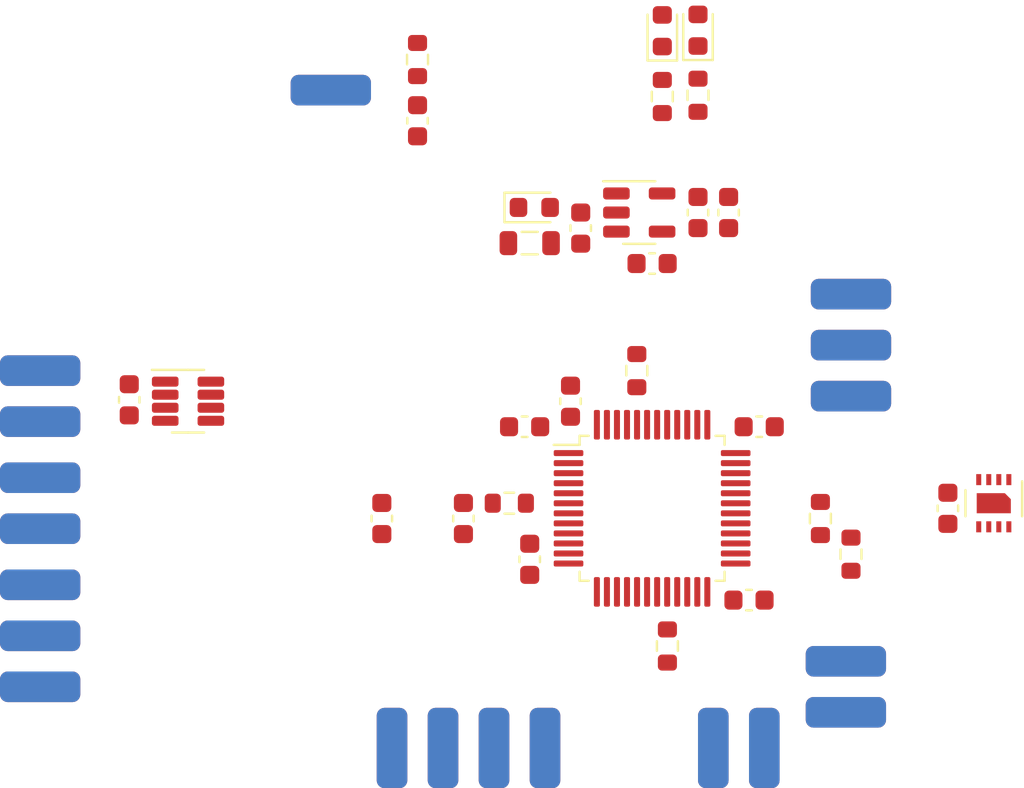
<source format=kicad_pcb>
(kicad_pcb (version 20211014) (generator pcbnew)
  (layers (0 "F.Cu" signal) (31 "B.Cu" signal) (34 "B.Paste" user) (35 "F.Paste" user) (36 "B.SilkS" user "B.Silkscreen") (37 "F.SilkS" user "F.Silkscreen") (38 "B.Mask" user) (39 "F.Mask" user) (44 "Edge.Cuts" user))
  (net 0 "")
  (net 1 "Net-(C1-Pad1)")
  (net 2 "GND")
  (net 3 "Net-(C2-Pad1)")
  (net 4 "Net-(C3-Pad1)")
  (net 5 "Net-(C4-Pad1)")
  (net 6 "Net-(C5-Pad1)")
  (net 7 "+3V3")
  (net 8 "Net-(D3-Pad1)")
  (net 9 "Net-(R2-Pad1)")
  (net 10 "BOOT1")
  (net 11 "Net-(R3-Pad2)")
  (net 12 "Net-(R4-Pad1)")
  (net 13 "BOOT0")
  (net 14 "I2C1_SCL")
  (net 15 "I2C1_SDA")
  (net 19 "ADC_IN0")
  (net 20 "ADC_IN1")
  (net 21 "ADC_IN2")
  (net 22 "ADC_IN3")
  (net 23 "ADC_IN4")
  (net 29 "I2C2_SCL")
  (net 30 "I2C2_SDA")
  (net 31 "SPI2_NSS")
  (net 32 "SPI2_SCK")
  (net 33 "SPI2_MISO")
  (net 34 "SPI2_MOSI")
  (net 36 "USART1_TX")
  (net 37 "USART1_RX")
  (net 41 "SHT_RST")
  (net 42 "CAN_RX")
  (net 43 "CAN_TX")
  (net 46 "CAN_L")
  (net 47 "CAN_H")
  (net 48 "Net-(D1-Pad1)")
  (net 49 "Net-(D2-Pad1)")
  (net 50 "LED_2")
  (net 51 "LED_1")
  (net 55 "VIN")
  (footprint "Diode_SMD:D_0603_1608Metric" (layer "F.Cu") (at 140.9445 90.17)
    (fp_text reference "D3" hide)
    (fp_text value "D_Small" hide)
    (fp_line (start 0.8 -0.735) (end -1.485 -0.735) (layer "F.SilkS") (width 0.12))
    (fp_line (start -1.485 -0.735) (end -1.485 0.735) (layer "F.SilkS") (width 0.12))
    (fp_line (start -1.485 0.735) (end 0.8 0.735) (layer "F.SilkS") (width 0.12))
    (pad "1" smd roundrect locked (at -0.7875 0) (size 0.875 0.95) (layers "F.Cu" "F.Paste" "F.Mask") (net 8 "Net-(D3-Pad1)"))
    (pad "2" smd roundrect locked (at 0.7875 0) (size 0.875 0.95) (layers "F.Cu" "F.Paste" "F.Mask") (net 55 "VIN"))
  )
  (footprint "Capacitor_SMD:C_0603_1608Metric" (layer "F.Cu") (at 140.716 107.696 -90)
    (fp_text reference "C10" hide)
    (fp_text value "100n" hide)
    (fp_line (start -0.14058 0.51) (end 0.14058 0.51) (layer "F.SilkS") (width 0.12))
    (fp_line (start -0.14058 -0.51) (end 0.14058 -0.51) (layer "F.SilkS") (width 0.12))
    (pad "1" smd roundrect locked (at -0.775 0 270) (size 0.9 0.95) (layers "F.Cu" "F.Paste" "F.Mask") (net 7 "+3V3"))
    (pad "2" smd roundrect locked (at 0.775 0 270) (size 0.9 0.95) (layers "F.Cu" "F.Paste" "F.Mask") (net 2 "GND"))
  )
  (footprint "Resistor_SMD:R_0603_1608Metric" (layer "F.Cu") (at 156.718 107.442 -90)
    (fp_text reference "R5" hide)
    (fp_text value "4k7" hide)
    (fp_line (start -0.237258 -0.5225) (end 0.237258 -0.5225) (layer "F.SilkS") (width 0.12))
    (fp_line (start -0.237258 0.5225) (end 0.237258 0.5225) (layer "F.SilkS") (width 0.12))
    (pad "1" smd roundrect locked (at -0.825 0 270) (size 0.8 0.95) (layers "F.Cu" "F.Paste" "F.Mask") (net 14 "I2C1_SCL"))
    (pad "2" smd roundrect locked (at 0.825 0 270) (size 0.8 0.95) (layers "F.Cu" "F.Paste" "F.Mask") (net 7 "+3V3"))
  )
  (footprint "Capacitor_SMD:C_0603_1608Metric" (layer "F.Cu") (at 149.098 90.424 -90)
    (fp_text reference "C9" hide)
    (fp_text value "100n" hide)
    (fp_line (start -0.14058 0.51) (end 0.14058 0.51) (layer "F.SilkS") (width 0.12))
    (fp_line (start -0.14058 -0.51) (end 0.14058 -0.51) (layer "F.SilkS") (width 0.12))
    (pad "1" smd roundrect locked (at -0.775 0 270) (size 0.9 0.95) (layers "F.Cu" "F.Paste" "F.Mask") (net 7 "+3V3"))
    (pad "2" smd roundrect locked (at 0.775 0 270) (size 0.9 0.95) (layers "F.Cu" "F.Paste" "F.Mask") (net 2 "GND"))
  )
  (footprint "OWN_Parts:pcb_edge_2_1" (layer "F.Cu") (at 130.81 84.328 180)
    (fp_text reference "J6" hide)
    (fp_text value "Conn_02x01" hide)
    (pad "1" smd roundrect (at 0 0 180) (size 4 1.524) (layers "F.Cu" "F.Paste" "F.Mask") (net 2 "GND"))
    (pad "2" smd roundrect (at 0 0 180) (size 4 1.524) (layers "B.Cu" "F.Paste" "F.Mask") (net 3 "Net-(C2-Pad1)"))
  )
  (footprint "Capacitor_SMD:C_0603_1608Metric" (layer "F.Cu") (at 133.35 105.664 -90)
    (fp_text reference "C3" hide)
    (fp_text value "??pF" hide)
    (fp_line (start -0.14058 0.51) (end 0.14058 0.51) (layer "F.SilkS") (width 0.12))
    (fp_line (start -0.14058 -0.51) (end 0.14058 -0.51) (layer "F.SilkS") (width 0.12))
    (pad "1" smd roundrect locked (at -0.775 0 270) (size 0.9 0.95) (layers "F.Cu" "F.Paste" "F.Mask") (net 4 "Net-(C3-Pad1)"))
    (pad "2" smd roundrect locked (at 0.775 0 270) (size 0.9 0.95) (layers "F.Cu" "F.Paste" "F.Mask") (net 2 "GND"))
  )
  (footprint "Diode_SMD:D_0603_1608Metric" (layer "F.Cu") (at 147.32 81.3685 90)
    (fp_text reference "D1" hide)
    (fp_text value "LED_Small" hide)
    (fp_line (start 0.8 -0.735) (end -1.485 -0.735) (layer "F.SilkS") (width 0.12))
    (fp_line (start -1.485 0.735) (end 0.8 0.735) (layer "F.SilkS") (width 0.12))
    (fp_line (start -1.485 -0.735) (end -1.485 0.735) (layer "F.SilkS") (width 0.12))
    (pad "1" smd roundrect locked (at -0.7875 0 90) (size 0.875 0.95) (layers "F.Cu" "F.Paste" "F.Mask") (net 48 "Net-(D1-Pad1)"))
    (pad "2" smd roundrect locked (at 0.7875 0 90) (size 0.875 0.95) (layers "F.Cu" "F.Paste" "F.Mask") (net 7 "+3V3"))
  )
  (footprint "Package_QFP:LQFP-48_7x7mm_P0.5mm" (layer "F.Cu") (at 146.812 105.156)
    (fp_text reference "U2" hide)
    (fp_text value "STM32F103CBTx" hide)
    (fp_line (start -3.16 -3.61) (end -3.61 -3.61) (layer "F.SilkS") (width 0.12))
    (fp_line (start 3.61 3.61) (end 3.61 3.16) (layer "F.SilkS") (width 0.12))
    (fp_line (start -3.61 3.61) (end -3.61 3.16) (layer "F.SilkS") (width 0.12))
    (fp_line (start 3.16 3.61) (end 3.61 3.61) (layer "F.SilkS") (width 0.12))
    (fp_line (start 3.16 -3.61) (end 3.61 -3.61) (layer "F.SilkS") (width 0.12))
    (fp_line (start -3.16 3.61) (end -3.61 3.61) (layer "F.SilkS") (width 0.12))
    (fp_line (start 3.61 -3.61) (end 3.61 -3.16) (layer "F.SilkS") (width 0.12))
    (fp_line (start -3.61 -3.16) (end -4.9 -3.16) (layer "F.SilkS") (width 0.12))
    (fp_line (start -3.61 -3.61) (end -3.61 -3.16) (layer "F.SilkS") (width 0.12))
    (pad "1" smd roundrect locked (at -4.1625 -2.75) (size 1.475 0.3) (layers "F.Cu" "F.Paste" "F.Mask") (net 7 "+3V3"))
    (pad "2" smd roundrect locked (at -4.1625 -2.25) (size 1.475 0.3) (layers "F.Cu" "F.Paste" "F.Mask"))
    (pad "3" smd roundrect locked (at -4.1625 -1.75) (size 1.475 0.3) (layers "F.Cu" "F.Paste" "F.Mask"))
    (pad "4" smd roundrect locked (at -4.1625 -1.25) (size 1.475 0.3) (layers "F.Cu" "F.Paste" "F.Mask"))
    (pad "5" smd roundrect locked (at -4.1625 -0.75) (size 1.475 0.3) (layers "F.Cu" "F.Paste" "F.Mask") (net 4 "Net-(C3-Pad1)"))
    (pad "6" smd roundrect locked (at -4.1625 -0.25) (size 1.475 0.3) (layers "F.Cu" "F.Paste" "F.Mask") (net 11 "Net-(R3-Pad2)"))
    (pad "7" smd roundrect locked (at -4.1625 0.25) (size 1.475 0.3) (layers "F.Cu" "F.Paste" "F.Mask") (net 3 "Net-(C2-Pad1)"))
    (pad "8" smd roundrect locked (at -4.1625 0.75) (size 1.475 0.3) (layers "F.Cu" "F.Paste" "F.Mask") (net 2 "GND"))
    (pad "9" smd roundrect locked (at -4.1625 1.25) (size 1.475 0.3) (layers "F.Cu" "F.Paste" "F.Mask") (net 7 "+3V3"))
    (pad "10" smd roundrect locked (at -4.1625 1.75) (size 1.475 0.3) (layers "F.Cu" "F.Paste" "F.Mask") (net 19 "ADC_IN0"))
    (pad "11" smd roundrect locked (at -4.1625 2.25) (size 1.475 0.3) (layers "F.Cu" "F.Paste" "F.Mask") (net 20 "ADC_IN1"))
    (pad "12" smd roundrect locked (at -4.1625 2.75) (size 1.475 0.3) (layers "F.Cu" "F.Paste" "F.Mask") (net 21 "ADC_IN2"))
    (pad "13" smd roundrect locked (at -2.75 4.1625) (size 0.3 1.475) (layers "F.Cu" "F.Paste" "F.Mask") (net 22 "ADC_IN3"))
    (pad "14" smd roundrect locked (at -2.25 4.1625) (size 0.3 1.475) (layers "F.Cu" "F.Paste" "F.Mask") (net 23 "ADC_IN4"))
    (pad "15" smd roundrect locked (at -1.75 4.1625) (size 0.3 1.475) (layers "F.Cu" "F.Paste" "F.Mask"))
    (pad "16" smd roundrect locked (at -1.25 4.1625) (size 0.3 1.475) (layers "F.Cu" "F.Paste" "F.Mask"))
    (pad "17" smd roundrect locked (at -0.75 4.1625) (size 0.3 1.475) (layers "F.Cu" "F.Paste" "F.Mask"))
    (pad "18" smd roundrect locked (at -0.25 4.1625) (size 0.3 1.475) (layers "F.Cu" "F.Paste" "F.Mask"))
    (pad "19" smd roundrect locked (at 0.25 4.1625) (size 0.3 1.475) (layers "F.Cu" "F.Paste" "F.Mask"))
    (pad "20" smd roundrect locked (at 0.75 4.1625) (size 0.3 1.475) (layers "F.Cu" "F.Paste" "F.Mask") (net 9 "Net-(R2-Pad1)"))
    (pad "21" smd roundrect locked (at 1.25 4.1625) (size 0.3 1.475) (layers "F.Cu" "F.Paste" "F.Mask") (net 29 "I2C2_SCL"))
    (pad "22" smd roundrect locked (at 1.75 4.1625) (size 0.3 1.475) (layers "F.Cu" "F.Paste" "F.Mask") (net 30 "I2C2_SDA"))
    (pad "23" smd roundrect locked (at 2.25 4.1625) (size 0.3 1.475) (layers "F.Cu" "F.Paste" "F.Mask") (net 2 "GND"))
    (pad "24" smd roundrect locked (at 2.75 4.1625) (size 0.3 1.475) (layers "F.Cu" "F.Paste" "F.Mask") (net 7 "+3V3"))
    (pad "25" smd roundrect locked (at 4.1625 2.75) (size 1.475 0.3) (layers "F.Cu" "F.Paste" "F.Mask") (net 31 "SPI2_NSS"))
    (pad "26" smd roundrect locked (at 4.1625 2.25) (size 1.475 0.3) (layers "F.Cu" "F.Paste" "F.Mask") (net 32 "SPI2_SCK"))
    (pad "27" smd roundrect locked (at 4.1625 1.75) (size 1.475 0.3) (layers "F.Cu" "F.Paste" "F.Mask") (net 33 "SPI2_MISO"))
    (pad "28" smd roundrect locked (at 4.1625 1.25) (size 1.475 0.3) (layers "F.Cu" "F.Paste" "F.Mask") (net 34 "SPI2_MOSI"))
    (pad "29" smd roundrect locked (at 4.1625 0.75) (size 1.475 0.3) (layers "F.Cu" "F.Paste" "F.Mask"))
    (pad "30" smd roundrect locked (at 4.1625 0.25) (size 1.475 0.3) (layers "F.Cu" "F.Paste" "F.Mask") (net 36 "USART1_TX"))
    (pad "31" smd roundrect locked (at 4.1625 -0.25) (size 1.475 0.3) (layers "F.Cu" "F.Paste" "F.Mask") (net 37 "USART1_RX"))
    (pad "32" smd roundrect locked (at 4.1625 -0.75) (size 1.475 0.3) (layers "F.Cu" "F.Paste" "F.Mask"))
    (pad "33" smd roundrect locked (at 4.1625 -1.25) (size 1.475 0.3) (layers "F.Cu" "F.Paste" "F.Mask"))
    (pad "34" smd roundrect locked (at 4.1625 -1.75) (size 1.475 0.3) (layers "F.Cu" "F.Paste" "F.Mask"))
    (pad "35" smd roundrect locked (at 4.1625 -2.25) (size 1.475 0.3) (layers "F.Cu" "F.Paste" "F.Mask") (net 2 "GND"))
    (pad "36" smd roundrect locked (at 4.1625 -2.75) (size 1.475 0.3) (layers "F.Cu" "F.Paste" "F.Mask") (net 7 "+3V3"))
    (pad "37" smd roundrect locked (at 2.75 -4.1625) (size 0.3 1.475) (layers "F.Cu" "F.Paste" "F.Mask"))
    (pad "38" smd roundrect locked (at 2.25 -4.1625) (size 0.3 1.475) (layers "F.Cu" "F.Paste" "F.Mask"))
    (pad "39" smd roundrect locked (at 1.75 -4.1625) (size 0.3 1.475) (layers "F.Cu" "F.Paste" "F.Mask") (net 51 "LED_1"))
    (pad "40" smd roundrect locked (at 1.25 -4.1625) (size 0.3 1.475) (layers "F.Cu" "F.Paste" "F.Mask") (net 50 "LED_2"))
    (pad "41" smd roundrect locked (at 0.75 -4.1625) (size 0.3 1.475) (layers "F.Cu" "F.Paste" "F.Mask") (net 41 "SHT_RST"))
    (pad "42" smd roundrect locked (at 0.25 -4.1625) (size 0.3 1.475) (layers "F.Cu" "F.Paste" "F.Mask") (net 14 "I2C1_SCL"))
    (pad "43" smd roundrect locked (at -0.25 -4.1625) (size 0.3 1.475) (layers "F.Cu" "F.Paste" "F.Mask") (net 15 "I2C1_SDA"))
    (pad "44" smd roundrect locked (at -0.75 -4.1625) (size 0.3 1.475) (layers "F.Cu" "F.Paste" "F.Mask") (net 12 "Net-(R4-Pad1)"))
    (pad "45" smd roundrect locked (at -1.25 -4.1625) (size 0.3 1.475) (layers "F.Cu" "F.Paste" "F.Mask") (net 42 "CAN_RX"))
    (pad "46" smd roundrect locked (at -1.75 -4.1625) (size 0.3 1.475) (layers "F.Cu" "F.Paste" "F.Mask") (net 43 "CAN_TX"))
    (pad "47" smd roundrect locked (at -2.25 -4.1625) (size 0.3 1.475) (layers "F.Cu" "F.Paste" "F.Mask") (net 2 "GND"))
    (pad "48" smd roundrect locked (at -2.75 -4.1625) (size 0.3 1.475) (layers "F.Cu" "F.Paste" "F.Mask") (net 7 "+3V3"))
  )
  (footprint "Sensor_Humidity:Sensirion_DFN-8-1EP_2.5x2.5mm_P0.5mm_EP1.1x1.7mm" (layer "F.Cu") (at 163.83 104.902 -90)
    (fp_text reference "U3" hide)
    (fp_text value "SHT35-DIS" hide)
    (fp_line (start -0.65 1.41) (end 0.65 1.41) (layer "F.SilkS") (width 0.12))
    (fp_line (start -1.09 -1.41) (end 0.65 -1.41) (layer "F.SilkS") (width 0.12))
    (pad "1" smd rect locked (at -1.175 -0.75 270) (size 0.55 0.25) (layers "F.Cu" "F.Paste" "F.Mask") (net 15 "I2C1_SDA"))
    (pad "2" smd rect locked (at -1.175 -0.25 270) (size 0.55 0.25) (layers "F.Cu" "F.Paste" "F.Mask") (net 2 "GND"))
    (pad "3" smd rect locked (at -1.175 0.25 270) (size 0.55 0.25) (layers "F.Cu" "F.Paste" "F.Mask"))
    (pad "4" smd rect locked (at -1.175 0.75 90) (size 0.55 0.25) (layers "F.Cu" "F.Paste" "F.Mask") (net 14 "I2C1_SCL"))
    (pad "5" smd rect locked (at 1.175 0.75 270) (size 0.55 0.25) (layers "F.Cu" "F.Paste" "F.Mask") (net 7 "+3V3"))
    (pad "6" smd rect locked (at 1.175 0.25 270) (size 0.55 0.25) (layers "F.Cu" "F.Paste" "F.Mask") (net 41 "SHT_RST"))
    (pad "7" smd rect locked (at 1.175 -0.25 270) (size 0.55 0.25) (layers "F.Cu" "F.Paste" "F.Mask") (net 2 "GND"))
    (pad "8" smd rect locked (at 1.175 -0.75 270) (size 0.55 0.25) (layers "F.Cu" "F.Paste" "F.Mask") (net 2 "GND"))
    (pad "9" smd custom locked (at 0 0 270) (size 1 1) (layers "F.Cu" "F.Mask") (net 2 "GND") (options (clearance outline) (anchor circle)) (primitives (gr_poly (pts (xy 0.5 0.85) (xy -0.5 0.85) (xy -0.5 -0.55) (xy -0.2 -0.85) (xy 0.5 -0.85)) (width 0) (fill yes))))
  )
  (footprint "Resistor_SMD:R_0603_1608Metric" (layer "F.Cu") (at 147.32 84.645 -90)
    (fp_text reference "R7" hide)
    (fp_text value "??" hide)
    (fp_line (start -0.237258 -0.5225) (end 0.237258 -0.5225) (layer "F.SilkS") (width 0.12))
    (fp_line (start -0.237258 0.5225) (end 0.237258 0.5225) (layer "F.SilkS") (width 0.12))
    (pad "1" smd roundrect locked (at -0.825 0 270) (size 0.8 0.95) (layers "F.Cu" "F.Paste" "F.Mask") (net 48 "Net-(D1-Pad1)"))
    (pad "2" smd roundrect locked (at 0.825 0 270) (size 0.8 0.95) (layers "F.Cu" "F.Paste" "F.Mask") (net 50 "LED_2"))
  )
  (footprint "Capacitor_SMD:C_0603_1608Metric" (layer "F.Cu") (at 140.462 101.092 180)
    (fp_text reference "C6" hide)
    (fp_text value "100n" hide)
    (fp_line (start -0.14058 -0.51) (end 0.14058 -0.51) (layer "F.SilkS") (width 0.12))
    (fp_line (start -0.14058 0.51) (end 0.14058 0.51) (layer "F.SilkS") (width 0.12))
    (pad "1" smd roundrect locked (at -0.775 0 180) (size 0.9 0.95) (layers "F.Cu" "F.Paste" "F.Mask") (net 7 "+3V3"))
    (pad "2" smd roundrect locked (at 0.775 0 180) (size 0.9 0.95) (layers "F.Cu" "F.Paste" "F.Mask") (net 2 "GND"))
  )
  (footprint "OWN_Parts:pcb_edge_2_3" (layer "F.Cu") (at 156.718 97.028 180)
    (fp_text reference "J7" hide)
    (fp_text value "Conn_02x03_Top_Bottom" hide)
    (pad "1" smd roundrect (at 0 2.54 180) (size 4 1.524) (layers "F.Cu" "F.Paste" "F.Mask") (net 2 "GND"))
    (pad "2" smd roundrect (at 0 2.54 180) (size 4 1.524) (layers "B.Cu" "F.Paste" "F.Mask") (net 7 "+3V3"))
    (pad "3" smd roundrect (at 0 0 180) (size 4 1.524) (layers "F.Cu" "F.Paste" "F.Mask") (net 31 "SPI2_NSS"))
    (pad "4" smd roundrect (at 0 0 180) (size 4 1.524) (layers "B.Cu" "F.Paste" "F.Mask") (net 32 "SPI2_SCK"))
    (pad "5" smd roundrect (at 0 -2.54 180) (size 4 1.524) (layers "F.Cu" "F.Paste" "F.Mask") (net 34 "SPI2_MOSI"))
    (pad "6" smd roundrect (at 0 -2.54 180) (size 4 1.524) (layers "B.Cu" "F.Paste" "F.Mask") (net 33 "SPI2_MISO"))
  )
  (footprint "Capacitor_SMD:C_0603_1608Metric" (layer "F.Cu") (at 146.812 92.964 180)
    (fp_text reference "C4" hide)
    (fp_text value "10n" hide)
    (fp_line (start -0.14058 -0.51) (end 0.14058 -0.51) (layer "F.SilkS") (width 0.12))
    (fp_line (start -0.14058 0.51) (end 0.14058 0.51) (layer "F.SilkS") (width 0.12))
    (pad "1" smd roundrect locked (at -0.775 0 180) (size 0.9 0.95) (layers "F.Cu" "F.Paste" "F.Mask") (net 5 "Net-(C4-Pad1)"))
    (pad "2" smd roundrect locked (at 0.775 0 180) (size 0.9 0.95) (layers "F.Cu" "F.Paste" "F.Mask") (net 2 "GND"))
  )
  (footprint "Resistor_SMD:R_0603_1608Metric" (layer "F.Cu") (at 139.7 104.902)
    (fp_text reference "R3" hide)
    (fp_text value "??Ohm" hide)
    (fp_line (start -0.237258 -0.5225) (end 0.237258 -0.5225) (layer "F.SilkS") (width 0.12))
    (fp_line (start -0.237258 0.5225) (end 0.237258 0.5225) (layer "F.SilkS") (width 0.12))
    (pad "1" smd roundrect locked (at -0.825 0) (size 0.8 0.95) (layers "F.Cu" "F.Paste" "F.Mask") (net 6 "Net-(C5-Pad1)"))
    (pad "2" smd roundrect locked (at 0.825 0) (size 0.8 0.95) (layers "F.Cu" "F.Paste" "F.Mask") (net 11 "Net-(R3-Pad2)"))
  )
  (footprint "Capacitor_SMD:C_0603_1608Metric" (layer "F.Cu") (at 142.748 99.822 90)
    (fp_text reference "C11" hide)
    (fp_text value "100n" hide)
    (fp_line (start -0.14058 0.51) (end 0.14058 0.51) (layer "F.SilkS") (width 0.12))
    (fp_line (start -0.14058 -0.51) (end 0.14058 -0.51) (layer "F.SilkS") (width 0.12))
    (pad "1" smd roundrect locked (at -0.775 0 90) (size 0.9 0.95) (layers "F.Cu" "F.Paste" "F.Mask") (net 7 "+3V3"))
    (pad "2" smd roundrect locked (at 0.775 0 90) (size 0.9 0.95) (layers "F.Cu" "F.Paste" "F.Mask") (net 2 "GND"))
  )
  (footprint "Resistor_SMD:R_0603_1608Metric" (layer "F.Cu") (at 146.05 98.298 90)
    (fp_text reference "R4" hide)
    (fp_text value "100k" hide)
    (fp_line (start -0.237258 -0.5225) (end 0.237258 -0.5225) (layer "F.SilkS") (width 0.12))
    (fp_line (start -0.237258 0.5225) (end 0.237258 0.5225) (layer "F.SilkS") (width 0.12))
    (pad "1" smd roundrect locked (at -0.825 0 90) (size 0.8 0.95) (layers "F.Cu" "F.Paste" "F.Mask") (net 12 "Net-(R4-Pad1)"))
    (pad "2" smd roundrect locked (at 0.825 0 90) (size 0.8 0.95) (layers "F.Cu" "F.Paste" "F.Mask") (net 13 "BOOT0"))
  )
  (footprint "Package_TO_SOT_SMD:SOT-23-5" (layer "F.Cu") (at 146.1715 90.424)
    (fp_text reference "U1" hide)
    (fp_text value "SPX3819M5-L-3-3" hide)
    (fp_line (start 0 1.56) (end 0.8 1.56) (layer "F.SilkS") (width 0.12))
    (fp_line (start 0 -1.56) (end 0.8 -1.56) (layer "F.SilkS") (width 0.12))
    (fp_line (start 0 -1.56) (end -1.8 -1.56) (layer "F.SilkS") (width 0.12))
    (fp_line (start 0 1.56) (end -0.8 1.56) (layer "F.SilkS") (width 0.12))
    (pad "1" smd roundrect locked (at -1.1375 -0.95) (size 1.325 0.6) (layers "F.Cu" "F.Paste" "F.Mask") (net 1 "Net-(C1-Pad1)"))
    (pad "2" smd roundrect locked (at -1.1375 0) (size 1.325 0.6) (layers "F.Cu" "F.Paste" "F.Mask") (net 2 "GND"))
    (pad "3" smd roundrect locked (at -1.1375 0.95) (size 1.325 0.6) (layers "F.Cu" "F.Paste" "F.Mask") (net 1 "Net-(C1-Pad1)"))
    (pad "4" smd roundrect locked (at 1.1375 0.95) (size 1.325 0.6) (layers "F.Cu" "F.Paste" "F.Mask") (net 5 "Net-(C4-Pad1)"))
    (pad "5" smd roundrect locked (at 1.1375 -0.95) (size 1.325 0.6) (layers "F.Cu" "F.Paste" "F.Mask") (net 7 "+3V3"))
  )
  (footprint "Resistor_SMD:R_0603_1608Metric" (layer "F.Cu") (at 147.574 112.014 -90)
    (fp_text reference "R2" hide)
    (fp_text value "100k" hide)
    (fp_line (start -0.237258 0.5225) (end 0.237258 0.5225) (layer "F.SilkS") (width 0.12))
    (fp_line (start -0.237258 -0.5225) (end 0.237258 -0.5225) (layer "F.SilkS") (width 0.12))
    (pad "1" smd roundrect locked (at -0.825 0 270) (size 0.8 0.95) (layers "F.Cu" "F.Paste" "F.Mask") (net 9 "Net-(R2-Pad1)"))
    (pad "2" smd roundrect locked (at 0.825 0 270) (size 0.8 0.95) (layers "F.Cu" "F.Paste" "F.Mask") (net 10 "BOOT1"))
  )
  (footprint "Capacitor_SMD:C_0603_1608Metric" (layer "F.Cu") (at 150.622 90.424 -90)
    (fp_text reference "C7" hide)
    (fp_text value "10u" hide)
    (fp_line (start -0.14058 0.51) (end 0.14058 0.51) (layer "F.SilkS") (width 0.12))
    (fp_line (start -0.14058 -0.51) (end 0.14058 -0.51) (layer "F.SilkS") (width 0.12))
    (pad "1" smd roundrect locked (at -0.775 0 270) (size 0.9 0.95) (layers "F.Cu" "F.Paste" "F.Mask") (net 7 "+3V3"))
    (pad "2" smd roundrect locked (at 0.775 0 270) (size 0.9 0.95) (layers "F.Cu" "F.Paste" "F.Mask") (net 2 "GND"))
  )
  (footprint "OWN_Parts:pcb_edge_2_3" (layer "F.Cu") (at 116.332 111.506)
    (fp_text reference "J1" hide)
    (fp_text value "Conn_02x03_Top_Bottom" hide)
    (pad "1" smd roundrect (at 0 2.54) (size 4 1.524) (layers "F.Cu" "F.Paste" "F.Mask") (net 2 "GND"))
    (pad "2" smd roundrect (at 0 2.54) (size 4 1.524) (layers "B.Cu" "F.Paste" "F.Mask") (net 2 "GND"))
    (pad "3" smd roundrect (at 0 0) (size 4 1.524) (layers "F.Cu" "F.Paste" "F.Mask") (net 13 "BOOT0"))
    (pad "4" smd roundrect (at 0 0) (size 4 1.524) (layers "B.Cu" "F.Paste" "F.Mask") (net 10 "BOOT1"))
    (pad "5" smd roundrect (at 0 -2.54) (size 4 1.524) (layers "F.Cu" "F.Paste" "F.Mask") (net 7 "+3V3"))
    (pad "6" smd roundrect (at 0 -2.54) (size 4 1.524) (layers "B.Cu" "F.Paste" "F.Mask") (net 7 "+3V3"))
  )
  (footprint "OWN_Parts:pcb_edge_2_2" (layer "F.Cu") (at 116.332 99.568)
    (fp_text reference "J3" hide)
    (fp_text value "Conn_02x02_Top_Bottom" hide)
    (pad "1" smd roundrect (at 0 1.27) (size 4 1.524) (layers "F.Cu" "F.Paste" "F.Mask") (net 2 "GND"))
    (pad "2" smd roundrect (at 0 1.27) (size 4 1.524) (layers "B.Cu" "F.Paste" "F.Mask") (net 55 "VIN"))
    (pad "3" smd roundrect (at 0 -1.27) (size 4 1.524) (layers "F.Cu" "F.Paste" "F.Mask") (net 47 "CAN_H"))
    (pad "4" smd roundrect (at 0 -1.27) (size 4 1.524) (layers "B.Cu" "F.Paste" "F.Mask") (net 46 "CAN_L"))
  )
  (footprint "OWN_Parts:pcb_edge_2_2" (layer "F.Cu") (at 156.464 114.046 180)
    (fp_text reference "J5" hide)
    (fp_text value "Conn_02x02_Top_Bottom" hide)
    (pad "1" smd roundrect (at 0 1.27 180) (size 4 1.524) (layers "F.Cu" "F.Paste" "F.Mask") (net 2 "GND"))
    (pad "2" smd roundrect (at 0 1.27 180) (size 4 1.524) (layers "B.Cu" "F.Paste" "F.Mask") (net 7 "+3V3"))
    (pad "3" smd roundrect (at 0 -1.27 180) (size 4 1.524) (layers "F.Cu" "F.Paste" "F.Mask") (net 14 "I2C1_SCL"))
    (pad "4" smd roundrect (at 0 -1.27 180) (size 4 1.524) (layers "B.Cu" "F.Paste" "F.Mask") (net 15 "I2C1_SDA"))
  )
  (footprint "Capacitor_SMD:C_0603_1608Metric" (layer "F.Cu") (at 137.414 105.664 -90)
    (fp_text reference "C5" hide)
    (fp_text value "??pF" hide)
    (fp_line (start -0.14058 -0.51) (end 0.14058 -0.51) (layer "F.SilkS") (width 0.12))
    (fp_line (start -0.14058 0.51) (end 0.14058 0.51) (layer "F.SilkS") (width 0.12))
    (pad "1" smd roundrect locked (at -0.775 0 270) (size 0.9 0.95) (layers "F.Cu" "F.Paste" "F.Mask") (net 6 "Net-(C5-Pad1)"))
    (pad "2" smd roundrect locked (at 0.775 0 270) (size 0.9 0.95) (layers "F.Cu" "F.Paste" "F.Mask") (net 2 "GND"))
  )
  (footprint "OWN_Parts:pcb_edge_2_2" (layer "F.Cu") (at 151.13 117.094 90)
    (fp_text reference "J4" hide)
    (fp_text value "Conn_02x02_Top_Bottom" hide)
    (pad "1" smd roundrect (at 0 1.27 90) (size 4 1.524) (layers "F.Cu" "F.Paste" "F.Mask") (net 2 "GND"))
    (pad "2" smd roundrect (at 0 1.27 90) (size 4 1.524) (layers "B.Cu" "F.Paste" "F.Mask") (net 7 "+3V3"))
    (pad "3" smd roundrect (at 0 -1.27 90) (size 4 1.524) (layers "F.Cu" "F.Paste" "F.Mask") (net 29 "I2C2_SCL"))
    (pad "4" smd roundrect (at 0 -1.27 90) (size 4 1.524) (layers "B.Cu" "F.Paste" "F.Mask") (net 30 "I2C2_SDA"))
  )
  (footprint "Resistor_SMD:R_0603_1608Metric" (layer "F.Cu") (at 149.098 84.582 -90)
    (fp_text reference "R8" hide)
    (fp_text value "??" hide)
    (fp_line (start -0.237258 0.5225) (end 0.237258 0.5225) (layer "F.SilkS") (width 0.12))
    (fp_line (start -0.237258 -0.5225) (end 0.237258 -0.5225) (layer "F.SilkS") (width 0.12))
    (pad "1" smd roundrect locked (at -0.825 0 270) (size 0.8 0.95) (layers "F.Cu" "F.Paste" "F.Mask") (net 49 "Net-(D2-Pad1)"))
    (pad "2" smd roundrect locked (at 0.825 0 270) (size 0.8 0.95) (layers "F.Cu" "F.Paste" "F.Mask") (net 51 "LED_1"))
  )
  (footprint "Capacitor_SMD:C_0603_1608Metric" (layer "F.Cu") (at 135.128 85.852 -90)
    (fp_text reference "C2" hide)
    (fp_text value "100n" hide)
    (fp_line (start -0.14058 0.51) (end 0.14058 0.51) (layer "F.SilkS") (width 0.12))
    (fp_line (start -0.14058 -0.51) (end 0.14058 -0.51) (layer "F.SilkS") (width 0.12))
    (pad "1" smd roundrect locked (at -0.775 0 270) (size 0.9 0.95) (layers "F.Cu" "F.Paste" "F.Mask") (net 3 "Net-(C2-Pad1)"))
    (pad "2" smd roundrect locked (at 0.775 0 270) (size 0.9 0.95) (layers "F.Cu" "F.Paste" "F.Mask") (net 2 "GND"))
  )
  (footprint "Capacitor_SMD:C_0603_1608Metric" (layer "F.Cu") (at 152.146 101.092)
    (fp_text reference "C12" hide)
    (fp_text value "100n" hide)
    (fp_line (start -0.14058 0.51) (end 0.14058 0.51) (layer "F.SilkS") (width 0.12))
    (fp_line (start -0.14058 -0.51) (end 0.14058 -0.51) (layer "F.SilkS") (width 0.12))
    (pad "1" smd roundrect locked (at -0.775 0) (size 0.9 0.95) (layers "F.Cu" "F.Paste" "F.Mask") (net 7 "+3V3"))
    (pad "2" smd roundrect locked (at 0.775 0) (size 0.9 0.95) (layers "F.Cu" "F.Paste" "F.Mask") (net 2 "GND"))
  )
  (footprint "Capacitor_SMD:C_0603_1608Metric" (layer "F.Cu") (at 143.256 91.199 90)
    (fp_text reference "C1" hide)
    (fp_text value "10u" hide)
    (fp_line (start -0.14058 -0.51) (end 0.14058 -0.51) (layer "F.SilkS") (width 0.12))
    (fp_line (start -0.14058 0.51) (end 0.14058 0.51) (layer "F.SilkS") (width 0.12))
    (pad "1" smd roundrect locked (at -0.775 0 90) (size 0.9 0.95) (layers "F.Cu" "F.Paste" "F.Mask") (net 1 "Net-(C1-Pad1)"))
    (pad "2" smd roundrect locked (at 0.775 0 90) (size 0.9 0.95) (layers "F.Cu" "F.Paste" "F.Mask") (net 2 "GND"))
  )
  (footprint "OWN_Parts:pcb_edge_2_2" (layer "F.Cu") (at 116.332 104.902)
    (fp_text reference "J2" hide)
    (fp_text value "Conn_02x02_Top_Bottom" hide)
    (pad "1" smd roundrect (at 0 1.27) (size 4 1.524) (layers "F.Cu" "F.Paste" "F.Mask") (net 2 "GND"))
    (pad "2" smd roundrect (at 0 1.27) (size 4 1.524) (layers "B.Cu" "F.Paste" "F.Mask") (net 7 "+3V3"))
    (pad "3" smd roundrect (at 0 -1.27) (size 4 1.524) (layers "F.Cu" "F.Paste" "F.Mask") (net 36 "USART1_TX"))
    (pad "4" smd roundrect (at 0 -1.27) (size 4 1.524) (layers "B.Cu" "F.Paste" "F.Mask") (net 37 "USART1_RX"))
  )
  (footprint "Capacitor_SMD:C_0603_1608Metric" (layer "F.Cu") (at 151.638 109.728)
    (fp_text reference "C8" hide)
    (fp_text value "100n" hide)
    (fp_line (start -0.14058 0.51) (end 0.14058 0.51) (layer "F.SilkS") (width 0.12))
    (fp_line (start -0.14058 -0.51) (end 0.14058 -0.51) (layer "F.SilkS") (width 0.12))
    (pad "1" smd roundrect locked (at -0.775 0) (size 0.9 0.95) (layers "F.Cu" "F.Paste" "F.Mask") (net 7 "+3V3"))
    (pad "2" smd roundrect locked (at 0.775 0) (size 0.9 0.95) (layers "F.Cu" "F.Paste" "F.Mask") (net 2 "GND"))
  )
  (footprint "Diode_SMD:D_0603_1608Metric" (layer "F.Cu") (at 149.098 81.343 90)
    (fp_text reference "D2" hide)
    (fp_text value "LED_Small" hide)
    (fp_line (start -1.485 -0.735) (end -1.485 0.735) (layer "F.SilkS") (width 0.12))
    (fp_line (start 0.8 -0.735) (end -1.485 -0.735) (layer "F.SilkS") (width 0.12))
    (fp_line (start -1.485 0.735) (end 0.8 0.735) (layer "F.SilkS") (width 0.12))
    (pad "1" smd roundrect locked (at -0.7875 0 90) (size 0.875 0.95) (layers "F.Cu" "F.Paste" "F.Mask") (net 49 "Net-(D2-Pad1)"))
    (pad "2" smd roundrect locked (at 0.7875 0 90) (size 0.875 0.95) (layers "F.Cu" "F.Paste" "F.Mask") (net 7 "+3V3"))
  )
  (footprint "Resistor_SMD:R_0603_1608Metric" (layer "F.Cu") (at 155.194 105.664 -90)
    (fp_text reference "R6" hide)
    (fp_text value "4k7" hide)
    (fp_line (start -0.237258 0.5225) (end 0.237258 0.5225) (layer "F.SilkS") (width 0.12))
    (fp_line (start -0.237258 -0.5225) (end 0.237258 -0.5225) (layer "F.SilkS") (width 0.12))
    (pad "1" smd roundrect locked (at -0.825 0 270) (size 0.8 0.95) (layers "F.Cu" "F.Paste" "F.Mask") (net 15 "I2C1_SDA"))
    (pad "2" smd roundrect locked (at 0.825 0 270) (size 0.8 0.95) (layers "F.Cu" "F.Paste" "F.Mask") (net 7 "+3V3"))
  )
  (footprint "OWN_Parts:pcb_edge_2_4" (layer "F.Cu") (at 137.668 117.094 -90)
    (fp_text reference "J8" hide)
    (fp_text value "Conn_02x04_Top_Bottom" hide)
    (pad "1" smd roundrect (at 0 3.81 270) (size 4 1.524) (layers "F.Cu" "F.Paste" "F.Mask") (net 2 "GND"))
    (pad "2" smd roundrect (at 0 3.81 270) (size 4 1.524) (layers "B.Cu" "F.Paste" "F.Mask") (net 7 "+3V3"))
    (pad "3" smd roundrect (at 0 1.27 270) (size 4 1.524) (layers "F.Cu" "F.Paste" "F.Mask"))
    (pad "4" smd roundrect (at 0 1.27 270) (size 4 1.524) (layers "B.Cu" "F.Paste" "F.Mask") (net 23 "ADC_IN4"))
    (pad "5" smd roundrect (at 0 -1.27 270) (size 4 1.524) (layers "F.Cu" "F.Paste" "F.Mask") (net 22 "ADC_IN3"))
    (pad "6" smd roundrect (at 0 -1.27 270) (size 4 1.524) (layers "B.Cu" "F.Paste" "F.Mask") (net 21 "ADC_IN2"))
    (pad "7" smd roundrect (at 0 -3.81 270) (size 4 1.524) (layers "F.Cu" "F.Paste" "F.Mask") (net 20 "ADC_IN1"))
    (pad "8" smd roundrect (at 0 -3.81 270) (size 4 1.524) (layers "B.Cu" "F.Paste" "F.Mask") (net 19 "ADC_IN0"))
  )
  (footprint "Package_TO_SOT_SMD:SOT-23-8" (layer "F.Cu") (at 123.698 99.822)
    (fp_text reference "U4" hide)
    (fp_text value "MAX3051" hide)
    (fp_line (start 0 1.56) (end -0.8 1.56) (layer "F.SilkS") (width 0.12))
    (fp_line (start 0 -1.56) (end 0.8 -1.56) (layer "F.SilkS") (width 0.12))
    (fp_line (start 0 -1.56) (end -1.8 -1.56) (layer "F.SilkS") (width 0.12))
    (fp_line (start 0 1.56) (end 0.8 1.56) (layer "F.SilkS") (width 0.12))
    (pad "1" smd roundrect locked (at -1.1375 -0.975) (size 1.325 0.5) (layers "F.Cu" "F.Paste" "F.Mask") (net 43 "CAN_TX"))
    (pad "2" smd roundrect locked (at -1.1375 -0.325) (size 1.325 0.5) (layers "F.Cu" "F.Paste" "F.Mask") (net 2 "GND"))
    (pad "3" smd roundrect locked (at -1.1375 0.325) (size 1.325 0.5) (layers "F.Cu" "F.Paste" "F.Mask") (net 7 "+3V3"))
    (pad "4" smd roundrect locked (at -1.1375 0.975) (size 1.325 0.5) (layers "F.Cu" "F.Paste" "F.Mask") (net 42 "CAN_RX"))
    (pad "5" smd roundrect locked (at 1.1375 0.975) (size 1.325 0.5) (layers "F.Cu" "F.Paste" "F.Mask"))
    (pad "6" smd roundrect locked (at 1.1375 0.325) (size 1.325 0.5) (layers "F.Cu" "F.Paste" "F.Mask") (net 46 "CAN_L"))
    (pad "7" smd roundrect locked (at 1.1375 -0.325) (size 1.325 0.5) (layers "F.Cu" "F.Paste" "F.Mask") (net 47 "CAN_H"))
    (pad "8" smd roundrect locked (at 1.1375 -0.975) (size 1.325 0.5) (layers "F.Cu" "F.Paste" "F.Mask") (net 2 "GND"))
  )
  (footprint "Capacitor_SMD:C_0603_1608Metric" (layer "F.Cu") (at 120.7695 99.751 90)
    (fp_text reference "C14" hide)
    (fp_text value "100n" hide)
    (fp_line (start -0.14058 -0.51) (end 0.14058 -0.51) (layer "F.SilkS") (width 0.12))
    (fp_line (start -0.14058 0.51) (end 0.14058 0.51) (layer "F.SilkS") (width 0.12))
    (pad "1" smd roundrect locked (at -0.775 0 90) (size 0.9 0.95) (layers "F.Cu" "F.Paste" "F.Mask") (net 7 "+3V3"))
    (pad "2" smd roundrect locked (at 0.775 0 90) (size 0.9 0.95) (layers "F.Cu" "F.Paste" "F.Mask") (net 2 "GND"))
  )
  (footprint "Inductor_SMD:L_0805_2012Metric" (layer "F.Cu") (at 140.716 91.948)
    (fp_text reference "FB1" hide)
    (fp_text value "FerriteBead_Small" hide)
    (fp_line (start -0.399622 -0.56) (end 0.399622 -0.56) (layer "F.SilkS") (width 0.12))
    (fp_line (start -0.399622 0.56) (end 0.399622 0.56) (layer "F.SilkS") (width 0.12))
    (pad "1" smd roundrect locked (at -1.0625 0) (size 0.875 1.2) (layers "F.Cu" "F.Paste" "F.Mask") (net 8 "Net-(D3-Pad1)"))
    (pad "2" smd roundrect locked (at 1.0625 0) (size 0.875 1.2) (layers "F.Cu" "F.Paste" "F.Mask") (net 1 "Net-(C1-Pad1)"))
  )
  (footprint "Resistor_SMD:R_0603_1608Metric" (layer "F.Cu") (at 135.128 82.804 90)
    (fp_text reference "R1" hide)
    (fp_text value "10k" hide)
    (fp_line (start -0.237258 -0.5225) (end 0.237258 -0.5225) (layer "F.SilkS") (width 0.12))
    (fp_line (start -0.237258 0.5225) (end 0.237258 0.5225) (layer "F.SilkS") (width 0.12))
    (pad "1" smd roundrect locked (at -0.825 0 90) (size 0.8 0.95) (layers "F.Cu" "F.Paste" "F.Mask") (net 3 "Net-(C2-Pad1)"))
    (pad "2" smd roundrect locked (at 0.825 0 90) (size 0.8 0.95) (layers "F.Cu" "F.Paste" "F.Mask") (net 7 "+3V3"))
  )
  (footprint "Capacitor_SMD:C_0603_1608Metric" (layer "F.Cu") (at 161.544 105.156 90)
    (fp_text reference "C13" hide)
    (fp_text value "100n" hide)
    (fp_line (start -0.14058 0.51) (end 0.14058 0.51) (layer "F.SilkS") (width 0.12))
    (fp_line (start -0.14058 -0.51) (end 0.14058 -0.51) (layer "F.SilkS") (width 0.12))
    (pad "1" smd roundrect locked (at -0.775 0 90) (size 0.9 0.95) (layers "F.Cu" "F.Paste" "F.Mask") (net 7 "+3V3"))
    (pad "2" smd roundrect locked (at 0.775 0 90) (size 0.9 0.95) (layers "F.Cu" "F.Paste" "F.Mask") (net 2 "GND"))
  )
)
</source>
